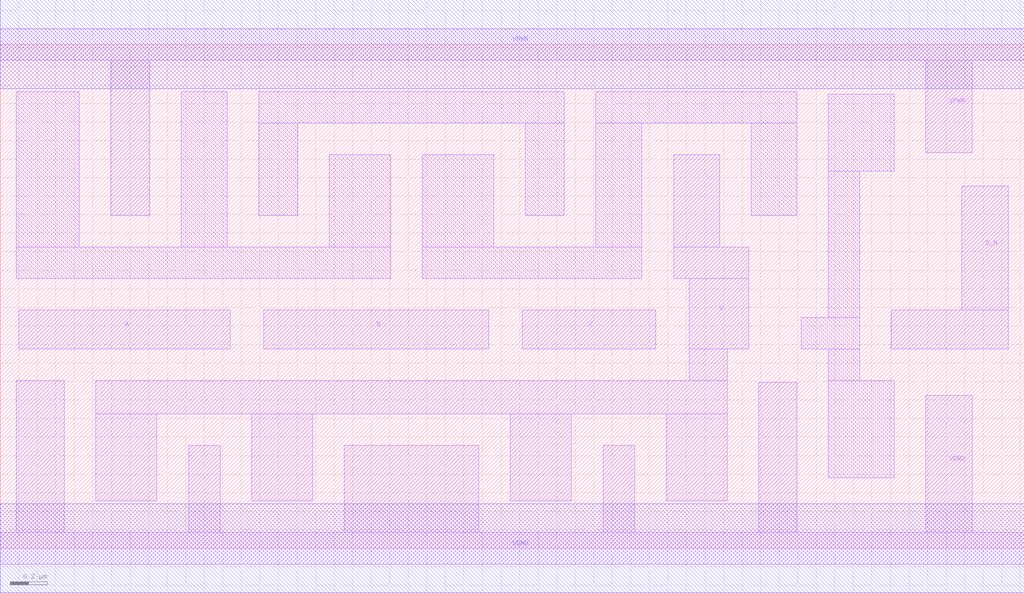
<source format=lef>
# Copyright 2020 The SkyWater PDK Authors
#
# Licensed under the Apache License, Version 2.0 (the "License");
# you may not use this file except in compliance with the License.
# You may obtain a copy of the License at
#
#     https://www.apache.org/licenses/LICENSE-2.0
#
# Unless required by applicable law or agreed to in writing, software
# distributed under the License is distributed on an "AS IS" BASIS,
# WITHOUT WARRANTIES OR CONDITIONS OF ANY KIND, either express or implied.
# See the License for the specific language governing permissions and
# limitations under the License.
#
# SPDX-License-Identifier: Apache-2.0

VERSION 5.5 ;
NAMESCASESENSITIVE ON ;
BUSBITCHARS "[]" ;
DIVIDERCHAR "/" ;
MACRO sky130_fd_sc_hd__nor4b_2
  CLASS CORE ;
  SOURCE USER ;
  ORIGIN  0.000000  0.000000 ;
  SIZE  5.520000 BY  2.720000 ;
  SYMMETRY X Y R90 ;
  SITE unithd ;
  PIN A
    ANTENNAGATEAREA  0.495000 ;
    DIRECTION INPUT ;
    USE SIGNAL ;
    PORT
      LAYER li1 ;
        RECT 0.100000 1.075000 1.240000 1.285000 ;
    END
  END A
  PIN B
    ANTENNAGATEAREA  0.495000 ;
    DIRECTION INPUT ;
    USE SIGNAL ;
    PORT
      LAYER li1 ;
        RECT 1.420000 1.075000 2.635000 1.285000 ;
    END
  END B
  PIN C
    ANTENNAGATEAREA  0.495000 ;
    DIRECTION INPUT ;
    USE SIGNAL ;
    PORT
      LAYER li1 ;
        RECT 2.815000 1.075000 3.535000 1.285000 ;
    END
  END C
  PIN D_N
    ANTENNAGATEAREA  0.126000 ;
    DIRECTION INPUT ;
    USE SIGNAL ;
    PORT
      LAYER li1 ;
        RECT 4.805000 1.075000 5.435000 1.285000 ;
        RECT 5.185000 1.285000 5.435000 1.955000 ;
    END
  END D_N
  PIN Y
    ANTENNADIFFAREA  0.972000 ;
    DIRECTION OUTPUT ;
    USE SIGNAL ;
    PORT
      LAYER li1 ;
        RECT 0.515000 0.255000 0.845000 0.725000 ;
        RECT 0.515000 0.725000 3.920000 0.905000 ;
        RECT 1.355000 0.255000 1.685000 0.725000 ;
        RECT 2.750000 0.255000 3.080000 0.725000 ;
        RECT 3.590000 0.255000 3.920000 0.725000 ;
        RECT 3.630000 1.455000 4.035000 1.625000 ;
        RECT 3.630000 1.625000 3.880000 2.125000 ;
        RECT 3.715000 0.905000 3.920000 1.075000 ;
        RECT 3.715000 1.075000 4.035000 1.455000 ;
    END
  END Y
  PIN VGND
    DIRECTION INOUT ;
    SHAPE ABUTMENT ;
    USE GROUND ;
    PORT
      LAYER li1 ;
        RECT 0.000000 -0.085000 5.520000 0.085000 ;
        RECT 0.085000  0.085000 0.345000 0.905000 ;
        RECT 1.015000  0.085000 1.185000 0.555000 ;
        RECT 1.855000  0.085000 2.580000 0.555000 ;
        RECT 3.250000  0.085000 3.420000 0.555000 ;
        RECT 4.090000  0.085000 4.295000 0.895000 ;
        RECT 4.990000  0.085000 5.240000 0.825000 ;
    END
    PORT
      LAYER met1 ;
        RECT 0.000000 -0.240000 5.520000 0.240000 ;
    END
  END VGND
  PIN VPWR
    DIRECTION INOUT ;
    SHAPE ABUTMENT ;
    USE POWER ;
    PORT
      LAYER li1 ;
        RECT 0.000000 2.635000 5.520000 2.805000 ;
        RECT 0.595000 1.795000 0.805000 2.635000 ;
        RECT 4.990000 2.135000 5.240000 2.635000 ;
    END
    PORT
      LAYER met1 ;
        RECT 0.000000 2.480000 5.520000 2.960000 ;
    END
  END VPWR
  OBS
    LAYER li1 ;
      RECT 0.085000 1.455000 2.105000 1.625000 ;
      RECT 0.085000 1.625000 0.425000 2.465000 ;
      RECT 0.975000 1.625000 1.225000 2.465000 ;
      RECT 1.395000 1.795000 1.605000 2.295000 ;
      RECT 1.395000 2.295000 3.040000 2.465000 ;
      RECT 1.775000 1.625000 2.105000 2.125000 ;
      RECT 2.275000 1.455000 3.460000 1.625000 ;
      RECT 2.275000 1.625000 2.660000 2.125000 ;
      RECT 2.830000 1.795000 3.040000 2.295000 ;
      RECT 3.210000 1.625000 3.460000 2.295000 ;
      RECT 3.210000 2.295000 4.295000 2.465000 ;
      RECT 4.050000 1.795000 4.295000 2.295000 ;
      RECT 4.320000 1.075000 4.635000 1.245000 ;
      RECT 4.465000 0.380000 4.820000 0.905000 ;
      RECT 4.465000 0.905000 4.635000 1.075000 ;
      RECT 4.465000 1.245000 4.635000 2.035000 ;
      RECT 4.465000 2.035000 4.820000 2.450000 ;
  END
END sky130_fd_sc_hd__nor4b_2
END LIBRARY

</source>
